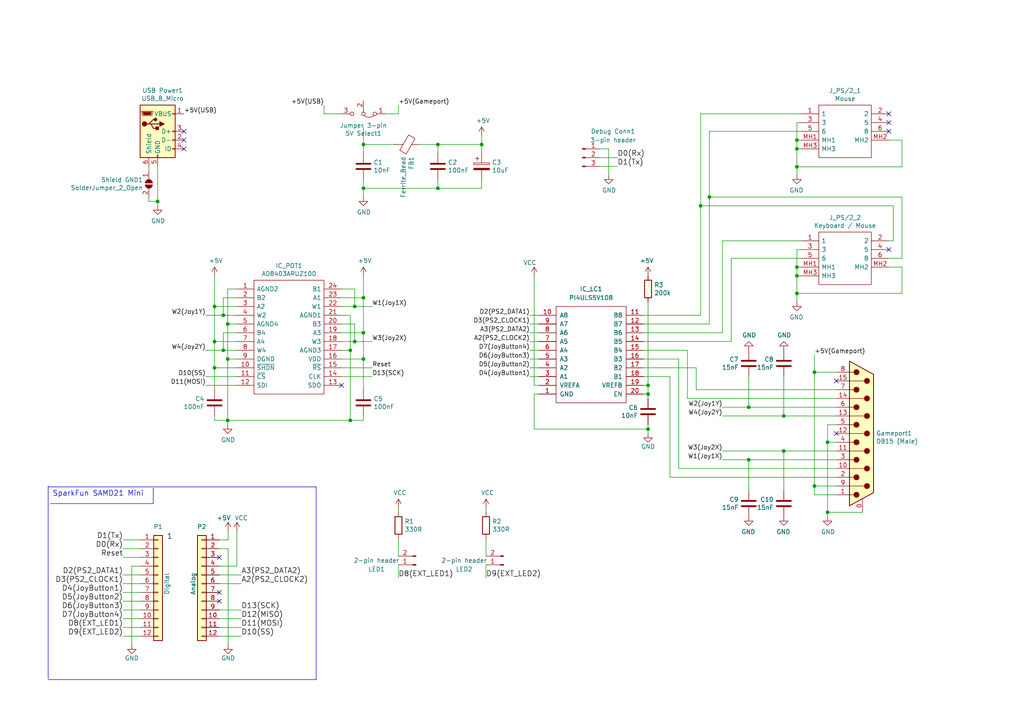
<source format=kicad_sch>
(kicad_sch (version 20230121) (generator eeschema)
  (paper "A4")
  (title_block (title "USB to PS/2 & Gameport HAT for Arduino Pro Mini") (date "2024-02-21") (rev "1.4") (company "© 2024 by Deadman") (comment 1 "Thanks to Paddy"))
  (lib_symbols
    (symbol "Connector:Conn_01x02_Male" (pin_names (offset 1.016) hide)
      (property "Reference" "J" (at 0 2.54 0))
      (property "Value" "Conn_01x02_Male" (at 0 -5.08 0))
      (symbol "Conn_01x02_Male_1_1"
        (polyline (pts (xy 1.27 -2.54) (xy 0.8636 -2.54)) (stroke (width 0.1524)))
        (polyline (pts (xy 1.27 0) (xy 0.8636 0)) (stroke (width 0.1524)))
        (rectangle (start 0.8636 -2.413) (end 0 -2.667) (stroke (width 0.1524)) (fill (type outline)))
        (rectangle (start 0.8636 0.127) (end 0 -0.127) (stroke (width 0.1524)) (fill (type outline)))
        (pin passive line (at 5.08 0 180) (length 3.81) (name "Pin_1") (number "1"))
        (pin passive line (at 5.08 -2.54 180) (length 3.81) (name "Pin_2") (number "2"))
      )
    )
    (symbol "Connector:Conn_01x03_Male" (pin_names (offset 1.016) hide)
      (property "Reference" "J" (at 0 5.08 0))
      (property "Value" "Conn_01x03_Male" (at 0 -5.08 0))
      (symbol "Conn_01x03_Male_1_1"
        (polyline (pts (xy 1.27 -2.54) (xy 0.8636 -2.54)) (stroke (width 0.1524)))
        (polyline (pts (xy 1.27 0) (xy 0.8636 0)) (stroke (width 0.1524)))
        (polyline (pts (xy 1.27 2.54) (xy 0.8636 2.54)) (stroke (width 0.1524)))
        (rectangle (start 0.8636 -2.413) (end 0 -2.667) (stroke (width 0.1524)) (fill (type outline)))
        (rectangle (start 0.8636 0.127) (end 0 -0.127) (stroke (width 0.1524)) (fill (type outline)))
        (rectangle (start 0.8636 2.667) (end 0 2.413) (stroke (width 0.1524)) (fill (type outline)))
        (pin passive line (at 5.08 2.54 180) (length 3.81) (name "Pin_1") (number "1"))
        (pin passive line (at 5.08 0 180) (length 3.81) (name "Pin_2") (number "2"))
        (pin passive line (at 5.08 -2.54 180) (length 3.81) (name "Pin_3") (number "3"))
      )
    )
    (symbol "Connector:DB15_Male_MountingHoles" (pin_names (offset 1.016) hide)
      (property "Reference" "J" (at 0 24.13 0))
      (property "Value" "DB15_Male_MountingHoles" (at 0 22.225 0))
      (symbol "DB15_Male_MountingHoles_0_1"
        (circle (center -1.778 -17.78) (radius 0.762) (fill (type outline)))
        (circle (center -1.778 -12.7) (radius 0.762) (fill (type outline)))
        (circle (center -1.778 -7.62) (radius 0.762) (fill (type outline)))
        (circle (center -1.778 -2.54) (radius 0.762) (fill (type outline)))
        (circle (center -1.778 2.54) (radius 0.762) (fill (type outline)))
        (circle (center -1.778 7.62) (radius 0.762) (fill (type outline)))
        (circle (center -1.778 12.7) (radius 0.762) (fill (type outline)))
        (circle (center -1.778 17.78) (radius 0.762) (fill (type outline)))
        (polyline (pts (xy -3.81 -17.78) (xy -2.54 -17.78)))
        (polyline (pts (xy -3.81 -15.24) (xy 0.508 -15.24)))
        (polyline (pts (xy -3.81 -12.7) (xy -2.54 -12.7)))
        (polyline (pts (xy -3.81 -10.16) (xy 0.508 -10.16)))
        (polyline (pts (xy -3.81 -7.62) (xy -2.54 -7.62)))
        (polyline (pts (xy -3.81 -5.08) (xy 0.508 -5.08)))
        (polyline (pts (xy -3.81 -2.54) (xy -2.54 -2.54)))
        (polyline (pts (xy -3.81 0) (xy 0.508 0)))
        (polyline (pts (xy -3.81 2.54) (xy -2.54 2.54)))
        (polyline (pts (xy -3.81 5.08) (xy 0.508 5.08)))
        (polyline (pts (xy -3.81 7.62) (xy -2.54 7.62)))
        (polyline (pts (xy -3.81 10.16) (xy 0.508 10.16)))
        (polyline (pts (xy -3.81 12.7) (xy -2.54 12.7)))
        (polyline (pts (xy -3.81 15.24) (xy 0.508 15.24)))
        (polyline (pts (xy -3.81 17.78) (xy -2.54 17.78)))
        (polyline (pts (xy -3.81 -20.955) (xy 3.175 -17.145) (xy 3.175 17.145) (xy -3.81 20.955) (xy -3.81 -20.955)) (stroke (width 0.254)) (fill (type background)))
        (circle (center 1.27 -15.24) (radius 0.762) (fill (type outline)))
        (circle (center 1.27 -10.16) (radius 0.762) (fill (type outline)))
        (circle (center 1.27 -5.08) (radius 0.762) (fill (type outline)))
        (circle (center 1.27 0) (radius 0.762) (fill (type outline)))
        (circle (center 1.27 5.08) (radius 0.762) (fill (type outline)))
        (circle (center 1.27 10.16) (radius 0.762) (fill (type outline)))
        (circle (center 1.27 15.24) (radius 0.762) (fill (type outline)))
      )
      (symbol "DB15_Male_MountingHoles_1_1"
        (pin passive line (at 0 -22.86 90) (length 3.81) (name "PAD") (number "0"))
        (pin passive line (at -7.62 -17.78 0) (length 3.81) (name "1") (number "1"))
        (pin passive line (at -7.62 -10.16 0) (length 3.81) (name "P10") (number "10"))
        (pin passive line (at -7.62 -5.08 0) (length 3.81) (name "P111") (number "11"))
        (pin passive line (at -7.62 0 0) (length 3.81) (name "P12") (number "12"))
        (pin passive line (at -7.62 5.08 0) (length 3.81) (name "P13") (number "13"))
        (pin passive line (at -7.62 10.16 0) (length 3.81) (name "P14") (number "14"))
        (pin passive line (at -7.62 15.24 0) (length 3.81) (name "P15") (number "15"))
        (pin passive line (at -7.62 -12.7 0) (length 3.81) (name "2") (number "2"))
        (pin passive line (at -7.62 -7.62 0) (length 3.81) (name "3") (number "3"))
        (pin passive line (at -7.62 -2.54 0) (length 3.81) (name "4") (number "4"))
        (pin passive line (at -7.62 2.54 0) (length 3.81) (name "5") (number "5"))
        (pin passive line (at -7.62 7.62 0) (length 3.81) (name "6") (number "6"))
        (pin passive line (at -7.62 12.7 0) (length 3.81) (name "7") (number "7"))
        (pin passive line (at -7.62 17.78 0) (length 3.81) (name "8") (number "8"))
        (pin passive line (at -7.62 -15.24 0) (length 3.81) (name "P9") (number "9"))
      )
    )
    (symbol "Connector:USB_B_Micro" (pin_names (offset 1.016))
      (property "Reference" "J" (at -5.08 11.43 0))
      (property "Value" "USB_B_Micro" (at -5.08 8.89 0))
      (symbol "USB_B_Micro_0_1"
        (rectangle (start -5.08 -7.62) (end 5.08 7.62) (stroke (width 0.254)) (fill (type background)))
        (circle (center -3.81 2.159) (radius 0.635) (stroke (width 0.254)) (fill (type outline)))
        (circle (center -0.635 3.429) (radius 0.381) (stroke (width 0.254)) (fill (type outline)))
        (rectangle (start -0.127 -7.62) (end 0.127 -6.858))
        (polyline (pts (xy -1.905 2.159) (xy 0.635 2.159)) (stroke (width 0.254)))
        (polyline (pts (xy -3.175 2.159) (xy -2.54 2.159) (xy -1.27 3.429) (xy -0.635 3.429)) (stroke (width 0.254)))
        (polyline (pts (xy -2.54 2.159) (xy -1.905 2.159) (xy -1.27 0.889) (xy 0 0.889)) (stroke (width 0.254)))
        (polyline (pts (xy 0.635 2.794) (xy 0.635 1.524) (xy 1.905 2.159) (xy 0.635 2.794)) (stroke (width 0.254)) (fill (type outline)))
        (polyline (pts (xy -4.318 5.588) (xy -1.778 5.588) (xy -2.032 4.826) (xy -4.064 4.826) (xy -4.318 5.588)) (fill (type outline)))
        (polyline (pts (xy -4.699 5.842) (xy -4.699 5.588) (xy -4.445 4.826) (xy -4.445 4.572) (xy -1.651 4.572) (xy -1.651 4.826) (xy -1.397 5.588) (xy -1.397 5.842) (xy -4.699 5.842)))
        (rectangle (start 0.254 1.27) (end -0.508 0.508) (stroke (width 0.254)) (fill (type outline)))
        (rectangle (start 5.08 -5.207) (end 4.318 -4.953))
        (rectangle (start 5.08 -2.667) (end 4.318 -2.413))
        (rectangle (start 5.08 -0.127) (end 4.318 0.127))
        (rectangle (start 5.08 4.953) (end 4.318 5.207))
      )
      (symbol "USB_B_Micro_1_1"
        (pin power_out line (at 7.62 5.08 180) (length 2.54) (name "VBUS") (number "1"))
        (pin bidirectional line (at 7.62 -2.54 180) (length 2.54) (name "D-") (number "2"))
        (pin bidirectional line (at 7.62 0 180) (length 2.54) (name "D+") (number "3"))
        (pin passive line (at 7.62 -5.08 180) (length 2.54) (name "ID") (number "4"))
        (pin power_out line (at 0 -10.16 90) (length 2.54) (name "GND") (number "5"))
        (pin passive line (at -2.54 -10.16 90) (length 2.54) (name "Shield") (number "6"))
      )
    )
    (symbol "Connector_Generic:Conn_01x12" (pin_names (offset 1.016) hide)
      (property "Reference" "J" (at 0 15.24 0))
      (property "Value" "Conn_01x12" (at 0 -17.78 0))
      (symbol "Conn_01x12_1_1"
        (rectangle (start -1.27 -15.113) (end 0 -15.367) (stroke (width 0.1524)))
        (rectangle (start -1.27 -12.573) (end 0 -12.827) (stroke (width 0.1524)))
        (rectangle (start -1.27 -10.033) (end 0 -10.287) (stroke (width 0.1524)))
        (rectangle (start -1.27 -7.493) (end 0 -7.747) (stroke (width 0.1524)))
        (rectangle (start -1.27 -4.953) (end 0 -5.207) (stroke (width 0.1524)))
        (rectangle (start -1.27 -2.413) (end 0 -2.667) (stroke (width 0.1524)))
        (rectangle (start -1.27 0.127) (end 0 -0.127) (stroke (width 0.1524)))
        (rectangle (start -1.27 2.667) (end 0 2.413) (stroke (width 0.1524)))
        (rectangle (start -1.27 5.207) (end 0 4.953) (stroke (width 0.1524)))
        (rectangle (start -1.27 7.747) (end 0 7.493) (stroke (width 0.1524)))
        (rectangle (start -1.27 10.287) (end 0 10.033) (stroke (width 0.1524)))
        (rectangle (start -1.27 12.827) (end 0 12.573) (stroke (width 0.1524)))
        (rectangle (start -1.27 13.97) (end 1.27 -16.51) (stroke (width 0.254)) (fill (type background)))
        (pin passive line (at -5.08 12.7 0) (length 3.81) (name "Pin_1") (number "1"))
        (pin passive line (at -5.08 -10.16 0) (length 3.81) (name "Pin_10") (number "10"))
        (pin passive line (at -5.08 -12.7 0) (length 3.81) (name "Pin_11") (number "11"))
        (pin passive line (at -5.08 -15.24 0) (length 3.81) (name "Pin_12") (number "12"))
        (pin passive line (at -5.08 10.16 0) (length 3.81) (name "Pin_2") (number "2"))
        (pin passive line (at -5.08 7.62 0) (length 3.81) (name "Pin_3") (number "3"))
        (pin passive line (at -5.08 5.08 0) (length 3.81) (name "Pin_4") (number "4"))
        (pin passive line (at -5.08 2.54 0) (length 3.81) (name "Pin_5") (number "5"))
        (pin passive line (at -5.08 0 0) (length 3.81) (name "Pin_6") (number "6"))
        (pin passive line (at -5.08 -2.54 0) (length 3.81) (name "Pin_7") (number "7"))
        (pin passive line (at -5.08 -5.08 0) (length 3.81) (name "Pin_8") (number "8"))
        (pin passive line (at -5.08 -7.62 0) (length 3.81) (name "Pin_9") (number "9"))
      )
    )
    (symbol "Device:C" (pin_numbers hide) (pin_names (offset 0.254))
      (property "Reference" "C" (at 0.635 2.54 0))
      (property "Value" "C" (at 0.635 -2.54 0))
      (symbol "C_0_1"
        (polyline (pts (xy -2.032 -0.762) (xy 2.032 -0.762)) (stroke (width 0.508)))
        (polyline (pts (xy -2.032 0.762) (xy 2.032 0.762)) (stroke (width 0.508)))
      )
      (symbol "C_1_1"
        (pin passive line (at 0 3.81 270) (length 2.794) (name "~") (number "1"))
        (pin passive line (at 0 -3.81 90) (length 2.794) (name "~") (number "2"))
      )
    )
    (symbol "Device:C_Polarized" (pin_numbers hide) (pin_names (offset 0.254))
      (property "Reference" "C" (at 0.635 2.54 0))
      (property "Value" "C_Polarized" (at 0.635 -2.54 0))
      (symbol "C_Polarized_0_1"
        (rectangle (start -2.286 0.508) (end 2.286 1.016))
        (polyline (pts (xy -1.778 2.286) (xy -0.762 2.286)))
        (polyline (pts (xy -1.27 2.794) (xy -1.27 1.778)))
        (rectangle (start 2.286 -0.508) (end -2.286 -1.016) (fill (type outline)))
      )
      (symbol "C_Polarized_1_1"
        (pin passive line (at 0 3.81 270) (length 2.794) (name "~") (number "1"))
        (pin passive line (at 0 -3.81 90) (length 2.794) (name "~") (number "2"))
      )
    )
    (symbol "Device:FerriteBead" (pin_numbers hide) (pin_names (offset 0))
      (property "Reference" "FB" (at -3.81 0.635 90))
      (property "Value" "FerriteBead" (at 3.81 0 90))
      (symbol "FerriteBead_0_1"
        (polyline (pts (xy 0 -1.27) (xy 0 -1.2192)))
        (polyline (pts (xy 0 1.27) (xy 0 1.2954)))
        (polyline (pts (xy -2.7686 0.4064) (xy -1.7018 2.2606) (xy 2.7686 -0.3048) (xy 1.6764 -2.159) (xy -2.7686 0.4064)))
      )
      (symbol "FerriteBead_1_1"
        (pin passive line (at 0 3.81 270) (length 2.54) (name "~") (number "1"))
        (pin passive line (at 0 -3.81 90) (length 2.54) (name "~") (number "2"))
      )
    )
    (symbol "Device:R" (pin_numbers hide) (pin_names (offset 0))
      (property "Reference" "R" (at 2.032 0 90))
      (property "Value" "R" (at 0 0 90))
      (symbol "R_0_1"
        (rectangle (start -1.016 -2.54) (end 1.016 2.54) (stroke (width 0.254)))
      )
      (symbol "R_1_1"
        (pin passive line (at 0 3.81 270) (length 1.27) (name "~") (number "1"))
        (pin passive line (at 0 -3.81 90) (length 1.27) (name "~") (number "2"))
      )
    )
    (symbol "Jumper:Jumper_3_Bridged12" (pin_names (offset 0) hide)
      (property "Reference" "JP" (at -2.54 -2.54 0))
      (property "Value" "Jumper_3_Bridged12" (at 0 2.794 0))
      (symbol "Jumper_3_Bridged12_0_0"
        (circle (center -3.302 0) (radius 0.508))
        (circle (center 0 0) (radius 0.508))
        (circle (center 3.302 0) (radius 0.508))
      )
      (symbol "Jumper_3_Bridged12_0_1"
        (arc (start -0.254 0.508) (mid -1.651 0.9912) (end -3.048 0.508))
        (polyline (pts (xy 0 -1.27) (xy 0 -0.508)))
      )
      (symbol "Jumper_3_Bridged12_1_1"
        (pin passive line (at -6.35 0 0) (length 2.54) (name "A") (number "1"))
        (pin input line (at 0 -3.81 90) (length 2.54) (name "C") (number "2"))
        (pin passive line (at 6.35 0 180) (length 2.54) (name "B") (number "3"))
      )
    )
    (symbol "Jumper:SolderJumper_2_Open" (pin_names (offset 0) hide)
      (property "Reference" "JP" (at 0 2.032 0))
      (property "Value" "SolderJumper_2_Open" (at 0 -2.54 0))
      (symbol "SolderJumper_2_Open_0_1"
        (arc (start -0.254 1.016) (mid -1.2656 0) (end -0.254 -1.016))
        (arc (start -0.254 1.016) (mid -1.2656 0) (end -0.254 -1.016) (fill (type outline)))
        (polyline (pts (xy -0.254 1.016) (xy -0.254 -1.016)))
        (polyline (pts (xy 0.254 1.016) (xy 0.254 -1.016)))
        (arc (start 0.254 -1.016) (mid 1.2656 0) (end 0.254 1.016))
        (arc (start 0.254 -1.016) (mid 1.2656 0) (end 0.254 1.016) (fill (type outline)))
      )
      (symbol "SolderJumper_2_Open_1_1"
        (pin passive line (at -3.81 0 0) (length 2.54) (name "A") (number "1"))
        (pin passive line (at 3.81 0 180) (length 2.54) (name "B") (number "2"))
      )
    )
    (symbol "SymacSys_Parts:AD8403ARUZ100" (pin_names (offset 0.762))
      (property "Reference" "IC" (at 26.67 7.62 0))
      (property "Value" "AD8403ARUZ100" (at 26.67 5.08 0))
      (symbol "AD8403ARUZ100_0_0"
        (pin bidirectional line (at 0 0 0) (length 5.08) (name "AGND2") (number "1"))
        (pin bidirectional line (at 0 -22.86 0) (length 5.08) (name "~{SHDN}") (number "10"))
        (pin bidirectional line (at 0 -25.4 0) (length 5.08) (name "~{CS}") (number "11"))
        (pin bidirectional line (at 0 -27.94 0) (length 5.08) (name "SDI") (number "12"))
        (pin bidirectional line (at 30.48 -27.94 180) (length 5.08) (name "SDO") (number "13"))
        (pin bidirectional line (at 30.48 -25.4 180) (length 5.08) (name "CLK") (number "14"))
        (pin bidirectional line (at 30.48 -22.86 180) (length 5.08) (name "~{RS}") (number "15"))
        (pin bidirectional line (at 30.48 -20.32 180) (length 5.08) (name "VDD") (number "16"))
        (pin bidirectional line (at 30.48 -17.78 180) (length 5.08) (name "AGND3") (number "17"))
        (pin bidirectional line (at 30.48 -15.24 180) (length 5.08) (name "W3") (number "18"))
        (pin bidirectional line (at 30.48 -12.7 180) (length 5.08) (name "A3") (number "19"))
        (pin bidirectional line (at 0 -2.54 0) (length 5.08) (name "B2") (number "2"))
        (pin bidirectional line (at 30.48 -10.16 180) (length 5.08) (name "B3") (number "20"))
        (pin bidirectional line (at 30.48 -7.62 180) (length 5.08) (name "AGND1") (number "21"))
        (pin bidirectional line (at 30.48 -5.08 180) (length 5.08) (name "W1") (number "22"))
        (pin bidirectional line (at 30.48 -2.54 180) (length 5.08) (name "A1") (number "23"))
        (pin bidirectional line (at 30.48 0 180) (length 5.08) (name "B1") (number "24"))
        (pin bidirectional line (at 0 -5.08 0) (length 5.08) (name "A2") (number "3"))
        (pin bidirectional line (at 0 -7.62 0) (length 5.08) (name "W2") (number "4"))
        (pin bidirectional line (at 0 -10.16 0) (length 5.08) (name "AGND4") (number "5"))
        (pin bidirectional line (at 0 -12.7 0) (length 5.08) (name "B4") (number "6"))
        (pin bidirectional line (at 0 -15.24 0) (length 5.08) (name "A4") (number "7"))
        (pin bidirectional line (at 0 -17.78 0) (length 5.08) (name "W4") (number "8"))
        (pin bidirectional line (at 0 -20.32 0) (length 5.08) (name "DGND") (number "9"))
      )
      (symbol "AD8403ARUZ100_0_1"
        (polyline (pts (xy 5.08 2.54) (xy 25.4 2.54) (xy 25.4 -30.48) (xy 5.08 -30.48) (xy 5.08 2.54)) (stroke (width 0.1524)))
      )
    )
    (symbol "SymacSys_Parts:KMDGX-6S-BS" (pin_names (offset 0.762))
      (property "Reference" "J" (at 21.59 7.62 0))
      (property "Value" "KMDGX-6S-BS" (at 21.59 5.08 0))
      (symbol "KMDGX-6S-BS_0_0"
        (pin bidirectional line (at 0 0 0) (length 5.08) (name "1") (number "1"))
        (pin bidirectional line (at 25.4 0 180) (length 5.08) (name "2") (number "2"))
        (pin bidirectional line (at 0 -2.54 0) (length 5.08) (name "3") (number "3"))
        (pin bidirectional line (at 25.4 -2.54 180) (length 5.08) (name "5") (number "4"))
        (pin bidirectional line (at 0 -5.08 0) (length 5.08) (name "6") (number "5"))
        (pin bidirectional line (at 25.4 -5.08 180) (length 5.08) (name "8") (number "6"))
        (pin bidirectional line (at 0 -7.62 0) (length 5.08) (name "MH1") (number "MH1"))
        (pin bidirectional line (at 25.4 -7.62 180) (length 5.08) (name "MH2") (number "MH2"))
        (pin bidirectional line (at 0 -10.16 0) (length 5.08) (name "MH3") (number "MH3"))
      )
      (symbol "KMDGX-6S-BS_0_1"
        (polyline (pts (xy 5.08 2.54) (xy 20.32 2.54) (xy 20.32 -12.7) (xy 5.08 -12.7) (xy 5.08 2.54)) (stroke (width 0.1524)))
      )
    )
    (symbol "SymacSys_Parts:PI4ULS5V108" (pin_names (offset 1.016))
      (property "Reference" "IC" (at 25.4 2.54 0))
      (property "Value" "PI4ULS5V108" (at 30.48 0 0))
      (symbol "PI4ULS5V108_0_1"
        (rectangle (start 3.81 -2.54) (end 24.13 -30.48))
      )
      (symbol "PI4ULS5V108_1_1"
        (pin bidirectional line (at -1.27 -5.08 0) (length 5.08) (name "GND") (number "1"))
        (pin bidirectional line (at -1.27 -27.94 0) (length 5.08) (name "A8") (number "10"))
        (pin bidirectional line (at 29.21 -27.94 180) (length 5.08) (name "B8") (number "11"))
        (pin bidirectional line (at 29.21 -25.4 180) (length 5.08) (name "B7") (number "12"))
        (pin bidirectional line (at 29.21 -22.86 180) (length 5.08) (name "B6") (number "13"))
        (pin bidirectional line (at 29.21 -20.32 180) (length 5.08) (name "B5") (number "14"))
        (pin bidirectional line (at 29.21 -17.78 180) (length 5.08) (name "B4") (number "15"))
        (pin bidirectional line (at 29.21 -15.24 180) (length 5.08) (name "B3") (number "16"))
        (pin bidirectional line (at 29.21 -12.7 180) (length 5.08) (name "B2") (number "17"))
        (pin bidirectional line (at 29.21 -10.16 180) (length 5.08) (name "B1") (number "18"))
        (pin bidirectional line (at 29.21 -7.62 180) (length 5.08) (name "VREFB") (number "19"))
        (pin bidirectional line (at -1.27 -7.62 0) (length 5.08) (name "VREFA") (number "2"))
        (pin bidirectional line (at 29.21 -5.08 180) (length 5.08) (name "EN") (number "20"))
        (pin bidirectional line (at -1.27 -10.16 0) (length 5.08) (name "A1") (number "3"))
        (pin bidirectional line (at -1.27 -12.7 0) (length 5.08) (name "A2") (number "4"))
        (pin bidirectional line (at -1.27 -15.24 0) (length 5.08) (name "A3") (number "5"))
        (pin bidirectional line (at -1.27 -17.78 0) (length 5.08) (name "A4") (number "6"))
        (pin bidirectional line (at -1.27 -20.32 0) (length 5.08) (name "A5") (number "7"))
        (pin bidirectional line (at -1.27 -22.86 0) (length 5.08) (name "A6") (number "8"))
        (pin bidirectional line (at -1.27 -25.4 0) (length 5.08) (name "A7") (number "9"))
      )
    )
    (symbol "power:+5V" (power) (pin_names (offset 0))
      (property "Value" "+5V" (at 0 3.556 0))
      (symbol "+5V_0_1"
        (polyline (pts (xy -0.762 1.27) (xy 0 2.54)))
        (polyline (pts (xy 0 0) (xy 0 2.54)))
        (polyline (pts (xy 0 2.54) (xy 0.762 1.27)))
      )
      (symbol "+5V_1_1"
        (pin power_in line (at 0 0 90) (length 0) hide (name "+5V") (number "1"))
      )
    )
    (symbol "power:GND" (power) (pin_names (offset 0))
      (property "Value" "GND" (at 0 -3.81 0))
      (symbol "GND_0_1"
        (polyline (pts (xy 0 0) (xy 0 -1.27) (xy 1.27 -1.27) (xy 0 -2.54) (xy -1.27 -1.27) (xy 0 -1.27)))
      )
      (symbol "GND_1_1"
        (pin power_in line (at 0 0 270) (length 0) hide (name "GND") (number "1"))
      )
    )
    (symbol "power:VCC" (power) (pin_names (offset 0))
      (property "Value" "VCC" (at 0 3.81 0))
      (symbol "VCC_0_1"
        (polyline (pts (xy -0.762 1.27) (xy 0 2.54)))
        (polyline (pts (xy 0 0) (xy 0 2.54)))
        (polyline (pts (xy 0 2.54) (xy 0.762 1.27)))
      )
      (symbol "VCC_1_1"
        (pin power_in line (at 0 0 90) (length 0) hide (name "VCC") (number "1"))
      )
    )
  )
  (junction (at 62.23 106.68))
  (junction (at 187.96 124.46))
  (junction (at 66.04 121.92))
  (junction (at 66.04 93.98))
  (junction (at 127 41.91))
  (junction (at 231.14 77.47))
  (junction (at 231.14 85.09))
  (junction (at 45.72 58.42))
  (junction (at 101.6 101.6))
  (junction (at 236.22 107.95))
  (junction (at 203.2 59.69))
  (junction (at 240.03 148.59))
  (junction (at 64.77 91.44))
  (junction (at 236.22 140.97))
  (junction (at 62.23 88.9))
  (junction (at 227.33 120.65))
  (junction (at 105.41 104.14))
  (junction (at 217.17 118.11))
  (junction (at 105.41 96.52))
  (junction (at 227.33 130.81))
  (junction (at 240.03 128.27))
  (junction (at 187.96 114.3))
  (junction (at 101.6 121.92))
  (junction (at 105.41 41.91))
  (junction (at 102.87 88.9))
  (junction (at 64.77 101.6))
  (junction (at 231.14 43.18))
  (junction (at 231.14 80.01))
  (junction (at 217.17 133.35))
  (junction (at 62.23 99.06))
  (junction (at 187.96 111.76))
  (junction (at 205.74 57.15))
  (junction (at 231.14 48.387))
  (junction (at 105.41 86.36))
  (junction (at 102.87 99.06))
  (junction (at 231.14 40.64))
  (junction (at 105.41 54.61))
  (junction (at 127 54.61))
  (junction (at 139.7 41.91))
  (junction (at 66.04 104.14))
  (no_connect (at 53.34 38.1))
  (no_connect (at 63.627 174.371))
  (no_connect (at 242.57 110.49))
  (no_connect (at 242.57 125.73))
  (no_connect (at 53.34 43.18))
  (no_connect (at 257.81 33.02))
  (no_connect (at 63.627 161.671))
  (no_connect (at 257.81 35.56))
  (no_connect (at 257.81 38.1))
  (no_connect (at 63.627 171.831))
  (no_connect (at 53.34 40.64))
  (no_connect (at 257.81 72.39))
  (no_connect (at 99.06 111.76))
  (wire (pts (xy 242.57 123.19) (xy 240.03 123.19)))
  (wire (pts (xy 64.77 96.52) (xy 64.77 101.6)))
  (wire (pts (xy 62.23 88.9) (xy 62.23 99.06)))
  (wire (pts (xy 205.74 93.98) (xy 186.69 93.98)))
  (wire (pts (xy 194.31 138.43) (xy 242.57 138.43)))
  (wire (pts (xy 43.18 57.15) (xy 43.18 58.42)))
  (wire (pts (xy 209.55 118.11) (xy 217.17 118.11)))
  (wire (pts (xy 99.06 93.98) (xy 102.87 93.98)))
  (wire (pts (xy 227.33 120.65) (xy 242.57 120.65)))
  (wire (pts (xy 201.93 106.68) (xy 201.93 113.03)))
  (wire (pts (xy 105.41 41.91) (xy 105.41 44.45)))
  (wire (pts (xy 205.74 57.15) (xy 205.74 93.98)))
  (wire (pts (xy 232.41 72.39) (xy 231.14 72.39)))
  (wire (pts (xy 115.57 147.32) (xy 115.57 148.59)))
  (wire (pts (xy 40.767 166.751) (xy 35.687 166.751)))
  (wire (pts (xy 199.39 101.6) (xy 199.39 115.57)))
  (wire (pts (xy 209.55 130.81) (xy 227.33 130.81)))
  (wire (pts (xy 43.18 58.42) (xy 45.72 58.42)))
  (wire (pts (xy 156.21 109.22) (xy 153.67 109.22)))
  (wire (pts (xy 35.687 184.531) (xy 40.767 184.531)))
  (wire (pts (xy 259.08 69.85) (xy 257.81 69.85)))
  (wire (pts (xy 63.627 159.131) (xy 66.167 159.131)))
  (wire (pts (xy 186.69 114.3) (xy 187.96 114.3)))
  (wire (pts (xy 66.04 123.19) (xy 66.04 121.92)))
  (wire (pts (xy 105.41 120.65) (xy 105.41 121.92)))
  (wire (pts (xy 209.55 69.85) (xy 209.55 96.52)))
  (wire (pts (xy 176.53 43.18) (xy 176.53 50.8)))
  (polyline (pts (xy 91.694 141.224) (xy 13.97 141.224)))
  (wire (pts (xy 205.74 38.1) (xy 232.41 38.1)))
  (wire (pts (xy 40.767 164.211) (xy 38.227 164.211)))
  (wire (pts (xy 209.55 133.35) (xy 217.17 133.35)))
  (wire (pts (xy 154.94 111.76) (xy 154.94 80.01)))
  (wire (pts (xy 232.41 77.47) (xy 231.14 77.47)))
  (polyline (pts (xy 44.45 146.05) (xy 44.45 141.605)))
  (wire (pts (xy 154.94 124.46) (xy 187.96 124.46)))
  (wire (pts (xy 231.14 40.64) (xy 231.14 43.18)))
  (wire (pts (xy 205.74 57.15) (xy 261.62 57.15)))
  (wire (pts (xy 236.22 107.95) (xy 236.22 102.87)))
  (wire (pts (xy 115.57 167.64) (xy 115.57 163.83)))
  (wire (pts (xy 187.96 124.46) (xy 187.96 123.19)))
  (wire (pts (xy 105.41 41.91) (xy 114.3 41.91)))
  (wire (pts (xy 261.62 48.387) (xy 231.14 48.387)))
  (wire (pts (xy 231.14 43.18) (xy 231.14 48.387)))
  (wire (pts (xy 261.62 77.47) (xy 261.62 85.09)))
  (wire (pts (xy 187.96 111.76) (xy 187.96 114.3)))
  (wire (pts (xy 68.58 109.22) (xy 59.69 109.22)))
  (wire (pts (xy 212.09 74.93) (xy 232.41 74.93)))
  (wire (pts (xy 68.58 96.52) (xy 64.77 96.52)))
  (wire (pts (xy 99.06 83.82) (xy 102.87 83.82)))
  (wire (pts (xy 231.14 35.56) (xy 231.14 40.64)))
  (wire (pts (xy 105.41 121.92) (xy 101.6 121.92)))
  (wire (pts (xy 139.7 52.07) (xy 139.7 54.61)))
  (wire (pts (xy 242.57 107.95) (xy 236.22 107.95)))
  (wire (pts (xy 203.2 33.02) (xy 203.2 59.69)))
  (wire (pts (xy 105.41 96.52) (xy 105.41 86.36)))
  (wire (pts (xy 232.41 35.56) (xy 231.14 35.56)))
  (wire (pts (xy 45.72 58.42) (xy 45.72 59.69)))
  (wire (pts (xy 156.21 99.06) (xy 153.67 99.06)))
  (wire (pts (xy 63.627 184.531) (xy 69.977 184.531)))
  (wire (pts (xy 209.55 69.85) (xy 232.41 69.85)))
  (wire (pts (xy 232.41 43.18) (xy 231.14 43.18)))
  (wire (pts (xy 232.41 80.01) (xy 231.14 80.01)))
  (wire (pts (xy 156.21 111.76) (xy 154.94 111.76)))
  (wire (pts (xy 196.85 135.89) (xy 242.57 135.89)))
  (wire (pts (xy 59.69 111.76) (xy 68.58 111.76)))
  (wire (pts (xy 217.17 142.24) (xy 217.17 133.35)))
  (wire (pts (xy 261.62 74.93) (xy 257.81 74.93)))
  (wire (pts (xy 227.33 130.81) (xy 242.57 130.81)))
  (wire (pts (xy 68.58 83.82) (xy 66.04 83.82)))
  (polyline (pts (xy 91.694 197.104) (xy 91.694 141.224)))
  (wire (pts (xy 127 54.61) (xy 139.7 54.61)))
  (wire (pts (xy 105.41 54.61) (xy 127 54.61)))
  (wire (pts (xy 173.99 45.72) (xy 179.07 45.72)))
  (wire (pts (xy 101.6 91.44) (xy 101.6 101.6)))
  (wire (pts (xy 99.06 101.6) (xy 101.6 101.6)))
  (wire (pts (xy 196.85 104.14) (xy 186.69 104.14)))
  (wire (pts (xy 259.08 59.69) (xy 259.08 69.85)))
  (wire (pts (xy 156.21 104.14) (xy 153.67 104.14)))
  (polyline (pts (xy 13.97 140.97) (xy 13.97 196.85)))
  (wire (pts (xy 69.977 166.751) (xy 63.627 166.751)))
  (wire (pts (xy 101.6 101.6) (xy 101.6 121.92)))
  (wire (pts (xy 227.33 142.24) (xy 227.33 130.81)))
  (wire (pts (xy 102.87 99.06) (xy 99.06 99.06)))
  (wire (pts (xy 156.21 93.98) (xy 153.67 93.98)))
  (wire (pts (xy 140.97 147.32) (xy 140.97 148.59)))
  (wire (pts (xy 63.627 164.211) (xy 68.707 164.211)))
  (wire (pts (xy 199.39 115.57) (xy 242.57 115.57)))
  (wire (pts (xy 140.97 156.21) (xy 140.97 161.29)))
  (wire (pts (xy 201.93 113.03) (xy 242.57 113.03)))
  (wire (pts (xy 194.31 109.22) (xy 186.69 109.22)))
  (wire (pts (xy 203.2 59.69) (xy 203.2 91.44)))
  (wire (pts (xy 69.977 176.911) (xy 63.627 176.911)))
  (wire (pts (xy 43.18 48.26) (xy 43.18 49.53)))
  (wire (pts (xy 156.21 106.68) (xy 153.67 106.68)))
  (wire (pts (xy 66.04 104.14) (xy 66.04 121.92)))
  (wire (pts (xy 99.06 88.9) (xy 102.87 88.9)))
  (wire (pts (xy 154.94 114.3) (xy 154.94 124.46)))
  (wire (pts (xy 240.03 128.27) (xy 242.57 128.27)))
  (wire (pts (xy 156.21 101.6) (xy 153.67 101.6)))
  (wire (pts (xy 66.04 83.82) (xy 66.04 93.98)))
  (wire (pts (xy 63.627 169.291) (xy 69.977 169.291)))
  (wire (pts (xy 212.09 99.06) (xy 212.09 74.93)))
  (wire (pts (xy 68.58 104.14) (xy 66.04 104.14)))
  (wire (pts (xy 102.87 93.98) (xy 102.87 99.06)))
  (wire (pts (xy 261.62 77.47) (xy 257.81 77.47)))
  (wire (pts (xy 250.19 148.59) (xy 240.03 148.59)))
  (wire (pts (xy 186.69 99.06) (xy 212.09 99.06)))
  (wire (pts (xy 187.96 125.73) (xy 187.96 124.46)))
  (wire (pts (xy 261.62 57.15) (xy 261.62 74.93)))
  (wire (pts (xy 156.21 91.44) (xy 153.67 91.44)))
  (wire (pts (xy 40.767 156.591) (xy 35.687 156.591)))
  (wire (pts (xy 66.167 156.591) (xy 63.627 156.591)))
  (wire (pts (xy 40.767 161.671) (xy 35.687 161.671)))
  (wire (pts (xy 196.85 104.14) (xy 196.85 135.89)))
  (wire (pts (xy 187.96 111.76) (xy 187.96 87.63)))
  (wire (pts (xy 105.41 104.14) (xy 105.41 113.03)))
  (wire (pts (xy 231.14 72.39) (xy 231.14 77.47)))
  (wire (pts (xy 99.06 91.44) (xy 101.6 91.44)))
  (wire (pts (xy 102.87 83.82) (xy 102.87 88.9)))
  (wire (pts (xy 186.69 96.52) (xy 209.55 96.52)))
  (wire (pts (xy 121.92 41.91) (xy 127 41.91)))
  (wire (pts (xy 64.77 86.36) (xy 64.77 91.44)))
  (wire (pts (xy 102.87 88.9) (xy 107.95 88.9)))
  (wire (pts (xy 93.98 33.02) (xy 93.98 30.48)))
  (wire (pts (xy 127 41.91) (xy 139.7 41.91)))
  (wire (pts (xy 236.22 140.97) (xy 236.22 143.51)))
  (wire (pts (xy 240.03 148.59) (xy 240.03 149.86)))
  (wire (pts (xy 115.57 33.02) (xy 111.76 33.02)))
  (wire (pts (xy 156.21 114.3) (xy 154.94 114.3)))
  (wire (pts (xy 68.58 106.68) (xy 62.23 106.68)))
  (wire (pts (xy 35.687 169.291) (xy 40.767 169.291)))
  (wire (pts (xy 231.14 77.47) (xy 231.14 80.01)))
  (wire (pts (xy 227.33 109.22) (xy 227.33 120.65)))
  (wire (pts (xy 105.41 54.61) (xy 105.41 57.15)))
  (wire (pts (xy 217.17 109.22) (xy 217.17 118.11)))
  (wire (pts (xy 115.57 156.21) (xy 115.57 161.29)))
  (wire (pts (xy 236.22 143.51) (xy 242.57 143.51)))
  (wire (pts (xy 173.99 43.18) (xy 176.53 43.18)))
  (wire (pts (xy 194.31 138.43) (xy 194.31 109.22)))
  (wire (pts (xy 199.39 101.6) (xy 186.69 101.6)))
  (wire (pts (xy 66.167 154.051) (xy 66.167 156.591)))
  (wire (pts (xy 203.2 91.44) (xy 186.69 91.44)))
  (wire (pts (xy 107.95 99.06) (xy 102.87 99.06)))
  (wire (pts (xy 40.767 181.991) (xy 35.687 181.991)))
  (wire (pts (xy 105.41 52.07) (xy 105.41 54.61)))
  (wire (pts (xy 68.58 86.36) (xy 64.77 86.36)))
  (wire (pts (xy 105.41 36.83) (xy 105.41 41.91)))
  (wire (pts (xy 242.57 140.97) (xy 236.22 140.97)))
  (wire (pts (xy 99.06 104.14) (xy 105.41 104.14)))
  (wire (pts (xy 38.227 187.071) (xy 38.227 164.211)))
  (wire (pts (xy 105.41 104.14) (xy 105.41 96.52)))
  (wire (pts (xy 139.7 41.91) (xy 139.7 44.45)))
  (wire (pts (xy 231.14 48.387) (xy 231.14 50.8)))
  (wire (pts (xy 186.69 111.76) (xy 187.96 111.76)))
  (wire (pts (xy 261.62 40.64) (xy 257.81 40.64)))
  (wire (pts (xy 62.23 106.68) (xy 62.23 99.06)))
  (wire (pts (xy 64.77 91.44) (xy 68.58 91.44)))
  (wire (pts (xy 68.707 164.211) (xy 68.707 154.051)))
  (wire (pts (xy 68.58 99.06) (xy 62.23 99.06)))
  (wire (pts (xy 35.687 159.131) (xy 40.767 159.131)))
  (wire (pts (xy 35.687 179.451) (xy 40.767 179.451)))
  (wire (pts (xy 66.167 159.131) (xy 66.167 187.071)))
  (wire (pts (xy 217.17 118.11) (xy 242.57 118.11)))
  (wire (pts (xy 156.21 96.52) (xy 153.67 96.52)))
  (wire (pts (xy 140.97 167.64) (xy 140.97 163.83)))
  (wire (pts (xy 186.69 106.68) (xy 201.93 106.68)))
  (wire (pts (xy 66.04 93.98) (xy 66.04 104.14)))
  (wire (pts (xy 66.04 121.92) (xy 101.6 121.92)))
  (wire (pts (xy 63.627 179.451) (xy 69.977 179.451)))
  (wire (pts (xy 203.2 59.69) (xy 259.08 59.69)))
  (wire (pts (xy 99.06 33.02) (xy 93.98 33.02)))
  (wire (pts (xy 232.41 40.64) (xy 231.14 40.64)))
  (wire (pts (xy 187.96 115.57) (xy 187.96 114.3)))
  (wire (pts (xy 231.14 85.09) (xy 231.14 87.63)))
  (wire (pts (xy 45.72 48.26) (xy 45.72 58.42)))
  (wire (pts (xy 68.58 93.98) (xy 66.04 93.98)))
  (wire (pts (xy 62.23 80.01) (xy 62.23 88.9)))
  (wire (pts (xy 240.03 123.19) (xy 240.03 128.27)))
  (wire (pts (xy 107.95 109.22) (xy 99.06 109.22)))
  (wire (pts (xy 35.687 174.371) (xy 40.767 174.371)))
  (wire (pts (xy 209.55 120.65) (xy 227.33 120.65)))
  (wire (pts (xy 173.99 48.26) (xy 179.07 48.26)))
  (polyline (pts (xy 14.605 146.05) (xy 44.45 146.05)))
  (wire (pts (xy 62.23 106.68) (xy 62.23 113.03)))
  (wire (pts (xy 64.77 101.6) (xy 59.69 101.6)))
  (wire (pts (xy 205.74 38.1) (xy 205.74 57.15)))
  (wire (pts (xy 231.14 80.01) (xy 231.14 85.09)))
  (wire (pts (xy 40.767 176.911) (xy 35.687 176.911)))
  (wire (pts (xy 40.767 171.831) (xy 35.687 171.831)))
  (wire (pts (xy 261.62 85.09) (xy 231.14 85.09)))
  (wire (pts (xy 139.7 41.91) (xy 139.7 39.37)))
  (wire (pts (xy 68.58 101.6) (xy 64.77 101.6)))
  (wire (pts (xy 261.62 40.64) (xy 261.62 48.387)))
  (wire (pts (xy 68.58 88.9) (xy 62.23 88.9)))
  (wire (pts (xy 115.57 33.02) (xy 115.57 30.48)))
  (wire (pts (xy 203.2 33.02) (xy 232.41 33.02)))
  (wire (pts (xy 217.17 133.35) (xy 242.57 133.35)))
  (wire (pts (xy 127 44.45) (xy 127 41.91)))
  (wire (pts (xy 236.22 140.97) (xy 236.22 107.95)))
  (polyline (pts (xy 13.97 197.104) (xy 91.694 197.104)))
  (wire (pts (xy 69.977 181.991) (xy 63.627 181.991)))
  (wire (pts (xy 127 52.07) (xy 127 54.61)))
  (wire (pts (xy 59.69 91.44) (xy 64.77 91.44)))
  (wire (pts (xy 99.06 106.68) (xy 107.95 106.68)))
  (wire (pts (xy 240.03 148.59) (xy 240.03 128.27)))
  (wire (pts (xy 105.41 86.36) (xy 105.41 80.01)))
  (wire (pts (xy 99.06 86.36) (xy 105.41 86.36)))
  (wire (pts (xy 62.23 120.65) (xy 62.23 121.92)))
  (wire (pts (xy 62.23 121.92) (xy 66.04 121.92)))
  (wire (pts (xy 99.06 96.52) (xy 105.41 96.52)))
  (text "1" (at 48.387 156.591 0) (effects (font (size 1.524 1.524)) (justify left bottom)))
  (text "SparkFun SAMD21 Mini\n" (at 15.24 144.145 0) (effects (font (size 1.524 1.524)) (justify left bottom)))
  (label "D0(Rx)" (at 179.07 45.72 0) (effects (font (size 1.524 1.524))))
  (label "D9(EXT_LED2)" (at 140.97 167.64 0) (effects (font (size 1.524 1.524))))
  (label "D10(SS)" (at 59.69 109.22 180))
  (label "W1(Joy1X)" (at 107.95 88.9 0))
  (label "D12(MISO)" (at 69.977 179.451 0) (effects (font (size 1.524 1.524))))
  (label "D0(Rx)" (at 35.687 159.131 180) (effects (font (size 1.524 1.524))))
  (label "D7(JoyButton4)" (at 35.687 179.451 180) (effects (font (size 1.524 1.524))))
  (label "W3(Joy2X)" (at 209.55 130.81 180))
  (label "D2(PS2_DATA1)" (at 35.687 166.751 180) (effects (font (size 1.524 1.524))))
  (label "D5(JoyButton2)" (at 153.67 106.68 180))
  (label "A3(PS2_DATA2)" (at 153.67 96.52 180))
  (label "D6(JoyButton3)" (at 153.67 104.14 180))
  (label "W1(Joy1X)" (at 209.55 133.35 180))
  (label "D3(PS2_CLOCK1)" (at 35.687 169.291 180) (effects (font (size 1.524 1.524))))
  (label "D8(EXT_LED1)" (at 35.687 181.991 180) (effects (font (size 1.524 1.524))))
  (label "+5V(USB)" (at 53.34 33.02 0))
  (label "A3(PS2_DATA2)" (at 69.977 166.751 0) (effects (font (size 1.524 1.524))))
  (label "D11(MOSI)" (at 59.69 111.76 180))
  (label "D8(EXT_LED1)" (at 115.57 167.64 0) (effects (font (size 1.524 1.524))))
  (label "D1(Tx)" (at 35.687 156.591 180) (effects (font (size 1.524 1.524))))
  (label "W3(Joy2X)" (at 107.95 99.06 0))
  (label "Reset" (at 35.687 161.671 180) (effects (font (size 1.524 1.524))))
  (label "W4(Joy2Y)" (at 209.55 120.65 180))
  (label "D5(JoyButton2)" (at 35.687 174.371 180) (effects (font (size 1.524 1.524))))
  (label "W4(Joy2Y)" (at 59.69 101.6 180))
  (label "D13(SCK)" (at 107.95 109.22 0))
  (label "+5V(Gameport)" (at 115.57 30.48 0))
  (label "A2(PS2_CLOCK2)" (at 69.977 169.291 0) (effects (font (size 1.524 1.524))))
  (label "D10(SS)" (at 69.977 184.531 0) (effects (font (size 1.524 1.524))))
  (label "Reset" (at 107.95 106.68 0))
  (label "W2(Joy1Y)" (at 59.69 91.44 180))
  (label "+5V(USB)" (at 93.98 30.48 180))
  (label "D4(JoyButton1)" (at 35.687 171.831 180) (effects (font (size 1.524 1.524))))
  (label "D6(JoyButton3)" (at 35.687 176.911 180) (effects (font (size 1.524 1.524))))
  (label "D9(EXT_LED2)" (at 35.687 184.531 180) (effects (font (size 1.524 1.524))))
  (label "D3(PS2_CLOCK1)" (at 153.67 93.98 180))
  (label "A2(PS2_CLOCK2)" (at 153.67 99.06 180))
  (label "D2(PS2_DATA1)" (at 153.67 91.44 180))
  (label "W2(Joy1Y)" (at 209.55 118.11 180))
  (label "D7(JoyButton4)" (at 153.67 101.6 180))
  (label "D4(JoyButton1)" (at 153.67 109.22 180))
  (label "D1(Tx)" (at 179.07 48.26 0) (effects (font (size 1.524 1.524))))
  (label "D13(SCK)" (at 69.977 176.911 0) (effects (font (size 1.524 1.524))))
  (label "+5V(Gameport)" (at 236.22 102.87 0))
  (label "D11(MOSI)" (at 69.977 181.991 0) (effects (font (size 1.524 1.524))))
  (symbol (lib_id "Connector_Generic:Conn_01x12") (at 45.847 169.291 0) (unit 1)
    (property "Reference" "P1" (at 45.847 152.781 0))
    (property "Value" "Digital" (at 48.387 169.291 90))
    (property "Footprint" "Connector_PinSocket_2.54mm:PinSocket_1x12_P2.54mm_Vertical" (effects hide))
  )
  (symbol (lib_id "Connector_Generic:Conn_01x12") (at 58.547 169.291 0) (mirror y) (unit 1)
    (property "Reference" "P2" (at 58.547 152.781 0))
    (property "Value" "Analog" (at 56.007 169.291 90))
    (property "Footprint" "Connector_PinSocket_2.54mm:PinSocket_1x12_P2.54mm_Vertical" (effects hide))
  )
  (symbol (lib_id "power:GND") (at 38.227 187.071 0) (unit 1)
    (property "Reference" "#PWR03" (effects hide))
    (property "Value" "GND" (at 38.227 190.881 0))
  )
  (symbol (lib_id "power:GND") (at 66.167 187.071 0) (unit 1)
    (property "Reference" "#PWR04" (effects hide))
    (property "Value" "GND" (at 66.167 190.881 0))
  )
  (symbol (lib_id "power:VCC") (at 68.707 154.051 0) (unit 1)
    (property "Reference" "#PWR05" (effects hide))
    (property "Value" "VCC" (at 69.977 150.241 0))
  )
  (symbol (lib_id "Connector:DB15_Male_MountingHoles") (at 250.19 125.73 0) (unit 1)
    (property "Reference" "Gameport1" (at 254.1016 125.6792 0) (effects (justify left)))
    (property "Value" "DB15 (Male)" (at 254.1016 127.9906 0) (effects (justify left)))
    (property "Footprint" "Connector_Dsub:DSUB-15_Male_Horizontal_P2.77x2.84mm_EdgePinOffset7.70mm_Housed_MountingHolesOffset9.12mm" (effects hide))
    (property "Datasheet" " ~" (effects hide))
  )
  (symbol (lib_id "SymacSys_Parts:AD8403ARUZ100") (at 68.58 83.82 0) (unit 1)
    (property "Reference" "IC_POT1" (at 83.82 77.089 0))
    (property "Value" "AD8403ARUZ100" (at 83.82 79.4004 0))
    (property "Footprint" "SamacSys_Parts:SOP65P640X120-24N" (effects hide))
    (property "Datasheet" "https://componentsearchengine.com/Datasheets/1/AD8403ARUZ100.pdf" (effects hide))
    (property "Description" "AD8403ARUZ100, Digital Potentiometer 100k 256-Position Linear 4-channel Serial-3 Wire, Serial-SPI 24-Pin TSSOP" (effects hide))
    (property "Height" "1.2" (effects hide))
    (property "Mouser Part Number" "584-AD8403ARUZ100" (effects hide))
    (property "Mouser Price/Stock" "https://www.mouser.com/Search/Refine.aspx?Keyword=584-AD8403ARUZ100" (effects hide))
    (property "Manufacturer_Name" "Analog Devices" (effects hide))
    (property "Manufacturer_Part_Number" "AD8403ARUZ100" (effects hide))
  )
  (symbol (lib_id "power:+5V") (at 66.167 154.051 0) (unit 1)
    (property "Reference" "#PWR0101" (effects hide))
    (property "Value" "+5V" (at 64.897 150.241 0))
  )
  (symbol (lib_id "Connector:USB_B_Micro") (at 45.72 38.1 0) (unit 1)
    (property "Reference" "USB Power1" (at 47.1678 26.2382 0))
    (property "Value" "USB_B_Micro" (at 47.1678 28.5496 0))
    (property "Footprint" "Connector_USB:USB_Micro-B_Molex-105017-0001" (effects hide))
  )
  (symbol (lib_id "Device:FerriteBead") (at 118.11 41.91 270) (unit 1)
    (property "Reference" "FB1" (at 119.2784 45.3898 0) (effects (justify left)))
    (property "Value" "Ferrite_Bead" (at 116.967 45.3898 0) (effects (justify left)))
    (property "Footprint" "Inductor_SMD:L_0603_1608Metric" (effects hide))
  )
  (symbol (lib_id "Device:C") (at 105.41 48.26 0) (unit 1)
    (property "Reference" "C1" (at 108.331 47.0916 0) (effects (justify left)))
    (property "Value" "10nF" (at 108.331 49.403 0) (effects (justify left)))
    (property "Footprint" "Capacitor_SMD:C_0603_1608Metric" (effects hide))
  )
  (symbol (lib_id "Device:C") (at 127 48.26 0) (unit 1)
    (property "Reference" "C2" (at 129.921 47.0916 0) (effects (justify left)))
    (property "Value" "100nF" (at 129.921 49.403 0) (effects (justify left)))
    (property "Footprint" "Capacitor_SMD:C_0603_1608Metric" (effects hide))
  )
  (symbol (lib_id "power:GND") (at 45.72 59.69 0) (unit 1)
    (property "Reference" "#PWR0103" (effects hide))
    (property "Value" "GND" (at 45.847 64.0842 0))
  )
  (symbol (lib_id "Device:C_Polarized") (at 139.7 48.26 0) (unit 1)
    (property "Reference" "C3" (at 142.6972 47.0916 0) (effects (justify left)))
    (property "Value" "10uF" (at 142.6972 49.403 0) (effects (justify left)))
    (property "Footprint" "Capacitor_SMD:CP_Elec_4x5.4" (effects hide))
  )
  (symbol (lib_id "power:GND") (at 66.04 123.19 0) (unit 1)
    (property "Reference" "#PWR0104" (effects hide))
    (property "Value" "GND" (at 66.167 127.5842 0))
  )
  (symbol (lib_id "power:GND") (at 105.41 57.15 0) (unit 1)
    (property "Reference" "#PWR0102" (effects hide))
    (property "Value" "GND" (at 105.537 61.5442 0))
  )
  (symbol (lib_id "Jumper:Jumper_3_Bridged12") (at 105.41 33.02 180) (unit 1)
    (property "Reference" "5V Select1" (at 105.41 38.7096 0))
    (property "Value" "Jumper 3-pin" (at 105.41 36.3982 0))
    (property "Footprint" "Connector_PinHeader_2.54mm:PinHeader_1x03_P2.54mm_Vertical" (effects hide))
  )
  (symbol (lib_id "power:+5V") (at 139.7 39.37 0) (unit 1)
    (property "Reference" "#PWR0106" (effects hide))
    (property "Value" "+5V" (at 140.081 34.9758 0))
  )
  (symbol (lib_id "power:GND") (at 231.14 50.8 0) (mirror y) (unit 1)
    (property "Reference" "#PWR0109" (effects hide))
    (property "Value" "GND" (at 231.013 55.1942 0))
  )
  (symbol (lib_id "power:+5V") (at 62.23 80.01 0) (unit 1)
    (property "Reference" "#PWR0107" (effects hide))
    (property "Value" "+5V" (at 62.611 75.6158 0))
  )
  (symbol (lib_id "power:+5V") (at 105.41 80.01 0) (unit 1)
    (property "Reference" "#PWR0112" (effects hide))
    (property "Value" "+5V" (at 105.791 75.6158 0))
  )
  (symbol (lib_id "power:GND") (at 240.03 149.86 0) (unit 1)
    (property "Reference" "#PWR0111" (effects hide))
    (property "Value" "GND" (at 240.157 154.2542 0))
  )
  (symbol (lib_id "Jumper:SolderJumper_2_Open") (at 43.18 53.34 90) (mirror x) (unit 1)
    (property "Reference" "Shield GND1" (at 41.4528 52.1716 90) (effects (justify left)))
    (property "Value" "SolderJumper_2_Open" (at 41.4528 54.483 90) (effects (justify left)))
    (property "Footprint" "Jumper:SolderJumper-2_P1.3mm_Open_RoundedPad1.0x1.5mm" (effects hide))
  )
  (symbol (lib_id "SymacSys_Parts:KMDGX-6S-BS") (at 232.41 33.02 0) (unit 1)
    (property "Reference" "J_PS/2_1" (at 245.11 26.289 0))
    (property "Value" "Mouse" (at 245.11 28.6004 0))
    (property "Footprint" "SamacSys_Parts:KMDGX6SBS" (effects hide))
    (property "Datasheet" "http://www.kycon.com/Pub_Eng_Draw/KMDGX-XS-BS%20SERIES.pdf" (effects hide))
    (property "Description" "Circular DIN Connectors 6P R/A FULL SHIELD GOLD PLANTED" (effects hide))
    (property "Height" "13" (effects hide))
    (property "Mouser Part Number" "806-KMDGX-6S-BS" (effects hide))
    (property "Mouser Price/Stock" "https://www.mouser.com/Search/Refine.aspx?Keyword=806-KMDGX-6S-BS" (effects hide))
    (property "Manufacturer_Name" "Kycon" (effects hide))
    (property "Manufacturer_Part_Number" "KMDGX-6S-BS" (effects hide))
  )
  (symbol (lib_id "Device:C") (at 217.17 105.41 0) (mirror y) (unit 1)
    (property "Reference" "C7" (at 214.249 104.2416 0) (effects (justify left)))
    (property "Value" "15nF" (at 214.249 106.553 0) (effects (justify left)))
    (property "Footprint" "Capacitor_SMD:C_0603_1608Metric" (effects hide))
  )
  (symbol (lib_id "Device:C") (at 227.33 105.41 0) (mirror y) (unit 1)
    (property "Reference" "C8" (at 224.409 104.2416 0) (effects (justify left)))
    (property "Value" "15nF" (at 224.409 106.553 0) (effects (justify left)))
    (property "Footprint" "Capacitor_SMD:C_0603_1608Metric" (effects hide))
  )
  (symbol (lib_id "Device:C") (at 227.33 146.05 0) (mirror y) (unit 1)
    (property "Reference" "C10" (at 224.409 144.8816 0) (effects (justify left)))
    (property "Value" "15nF" (at 224.409 147.193 0) (effects (justify left)))
    (property "Footprint" "Capacitor_SMD:C_0603_1608Metric" (effects hide))
  )
  (symbol (lib_id "Device:C") (at 217.17 146.05 0) (mirror y) (unit 1)
    (property "Reference" "C9" (at 214.249 144.8816 0) (effects (justify left)))
    (property "Value" "15nF" (at 214.249 147.193 0) (effects (justify left)))
    (property "Footprint" "Capacitor_SMD:C_0603_1608Metric" (effects hide))
  )
  (symbol (lib_id "SymacSys_Parts:PI4ULS5V108") (at 157.48 119.38 0) (mirror x) (unit 1)
    (property "Reference" "IC_LC1" (at 171.45 83.82 0))
    (property "Value" "PI4ULS5V108" (at 171.45 86.36 0))
    (property "Footprint" "Package_SO:TSSOP-20_4.4x6.5mm_P0.65mm" (effects hide))
    (property "Datasheet" "https://www.diodes.com/assets/Datasheets/PI4ULS5V108.pdf" (effects hide))
  )
  (symbol (lib_id "power:VCC") (at 154.94 80.01 0) (mirror y) (unit 1)
    (property "Reference" "#PWR0110" (effects hide))
    (property "Value" "VCC" (at 153.67 76.2 0))
  )
  (symbol (lib_id "power:GND") (at 187.96 125.73 0) (mirror y) (unit 1)
    (property "Reference" "#PWR0113" (effects hide))
    (property "Value" "GND" (at 187.96 129.54 0))
  )
  (symbol (lib_id "Device:C") (at 187.96 119.38 0) (mirror y) (unit 1)
    (property "Reference" "C6" (at 185.039 118.2116 0) (effects (justify left)))
    (property "Value" "10nF" (at 185.039 120.523 0) (effects (justify left)))
    (property "Footprint" "Capacitor_SMD:C_0603_1608Metric" (effects hide))
  )
  (symbol (lib_id "power:+5V") (at 187.96 80.01 0) (mirror y) (unit 1)
    (property "Reference" "#PWR0114" (effects hide))
    (property "Value" "+5V" (at 187.579 75.6158 0))
  )
  (symbol (lib_id "Device:R") (at 187.96 83.82 0) (mirror y) (unit 1)
    (property "Reference" "R3" (at 189.738 82.6516 0) (effects (justify right)))
    (property "Value" "200k" (at 189.738 84.963 0) (effects (justify right)))
    (property "Footprint" "Resistor_SMD:R_0603_1608Metric" (effects hide))
  )
  (symbol (lib_id "power:GND") (at 217.17 101.6 0) (mirror x) (unit 1)
    (property "Reference" "#PWR06" (effects hide))
    (property "Value" "GND" (at 217.297 97.2058 0))
  )
  (symbol (lib_id "power:GND") (at 227.33 101.6 0) (mirror x) (unit 1)
    (property "Reference" "#PWR01" (effects hide))
    (property "Value" "GND" (at 227.457 97.2058 0))
  )
  (symbol (lib_id "power:GND") (at 217.17 149.86 0) (mirror y) (unit 1)
    (property "Reference" "#PWR07" (effects hide))
    (property "Value" "GND" (at 217.043 154.2542 0))
  )
  (symbol (lib_id "power:GND") (at 227.33 149.86 0) (mirror y) (unit 1)
    (property "Reference" "#PWR02" (effects hide))
    (property "Value" "GND" (at 227.203 154.2542 0))
  )
  (symbol (lib_id "power:GND") (at 231.14 87.63 0) (mirror y) (unit 1)
    (property "Reference" "#PWR0116" (effects hide))
    (property "Value" "GND" (at 231.013 92.0242 0))
  )
  (symbol (lib_id "SymacSys_Parts:KMDGX-6S-BS") (at 232.41 69.85 0) (unit 1)
    (property "Reference" "J_PS/2_2" (at 245.11 63.119 0))
    (property "Value" "Keyboard / Mouse" (at 245.11 65.4304 0))
    (property "Footprint" "SamacSys_Parts:KMDGX6SBS" (effects hide))
    (property "Datasheet" "http://www.kycon.com/Pub_Eng_Draw/KMDGX-XS-BS%20SERIES.pdf" (effects hide))
    (property "Description" "Circular DIN Connectors 6P R/A FULL SHIELD GOLD PLANTED" (effects hide))
    (property "Height" "13" (effects hide))
    (property "Mouser Part Number" "806-KMDGX-6S-BS" (effects hide))
    (property "Mouser Price/Stock" "https://www.mouser.com/Search/Refine.aspx?Keyword=806-KMDGX-6S-BS" (effects hide))
    (property "Manufacturer_Name" "Kycon" (effects hide))
    (property "Manufacturer_Part_Number" "KMDGX-6S-BS" (effects hide))
  )
  (symbol (lib_id "Device:C") (at 62.23 116.84 0) (mirror y) (unit 1)
    (property "Reference" "C4" (at 59.309 115.6716 0) (effects (justify left)))
    (property "Value" "100nF" (at 59.309 117.983 0) (effects (justify left)))
    (property "Footprint" "Capacitor_SMD:C_0603_1608Metric" (effects hide))
  )
  (symbol (lib_id "Device:C") (at 105.41 116.84 0) (unit 1)
    (property "Reference" "C5" (at 108.331 115.6716 0) (effects (justify left)))
    (property "Value" "100nF" (at 108.331 117.983 0) (effects (justify left)))
    (property "Footprint" "Capacitor_SMD:C_0603_1608Metric" (effects hide))
  )
  (symbol (lib_id "power:VCC") (at 115.57 147.32 0) (unit 1)
    (property "Reference" "#PWR0105" (effects hide))
    (property "Value" "VCC" (at 116.0018 142.9258 0))
  )
  (symbol (lib_id "Device:R") (at 115.57 152.4 0) (mirror y) (unit 1)
    (property "Reference" "R1" (at 117.348 151.2316 0) (effects (justify right)))
    (property "Value" "330R" (at 117.348 153.543 0) (effects (justify right)))
    (property "Footprint" "Resistor_SMD:R_0603_1608Metric" (effects hide))
  )
  (symbol (lib_id "power:VCC") (at 140.97 147.32 0) (unit 1)
    (property "Reference" "#PWR0108" (effects hide))
    (property "Value" "VCC" (at 141.4018 142.9258 0))
  )
  (symbol (lib_id "Device:R") (at 140.97 152.4 0) (mirror y) (unit 1)
    (property "Reference" "R2" (at 142.748 151.2316 0) (effects (justify right)))
    (property "Value" "330R" (at 142.748 153.543 0) (effects (justify right)))
    (property "Footprint" "Resistor_SMD:R_0603_1608Metric" (effects hide))
  )
  (symbol (lib_id "Connector:Conn_01x02_Male") (at 120.65 163.83 180) (unit 1)
    (property "Reference" "LED1" (at 109.22 165.1 0))
    (property "Value" "2-pin header" (at 109.22 162.56 0))
    (property "Footprint" "Connector_PinHeader_2.54mm:PinHeader_1x02_P2.54mm_Vertical" (effects hide))
  )
  (symbol (lib_id "Connector:Conn_01x02_Male") (at 146.05 163.83 180) (unit 1)
    (property "Reference" "LED2" (at 134.62 165.1 0))
    (property "Value" "2-pin header" (at 134.62 162.56 0))
    (property "Footprint" "Connector_PinHeader_2.54mm:PinHeader_1x02_P2.54mm_Vertical" (effects hide))
  )
  (symbol (lib_id "Connector:Conn_01x03_Male") (at 168.91 45.72 0) (unit 1)
    (property "Reference" "Debug Conn1" (at 177.8 38.1 0))
    (property "Value" "3-pin header" (at 177.8 40.64 0))
    (property "Footprint" "Connector_PinHeader_2.54mm:PinHeader_1x03_P2.54mm_Vertical" (effects hide))
  )
  (symbol (lib_id "power:GND") (at 176.53 50.8 0) (unit 1)
    (property "Reference" "#PWR0115" (effects hide))
    (property "Value" "GND" (at 176.657 55.1942 0))
  )
)
</source>
